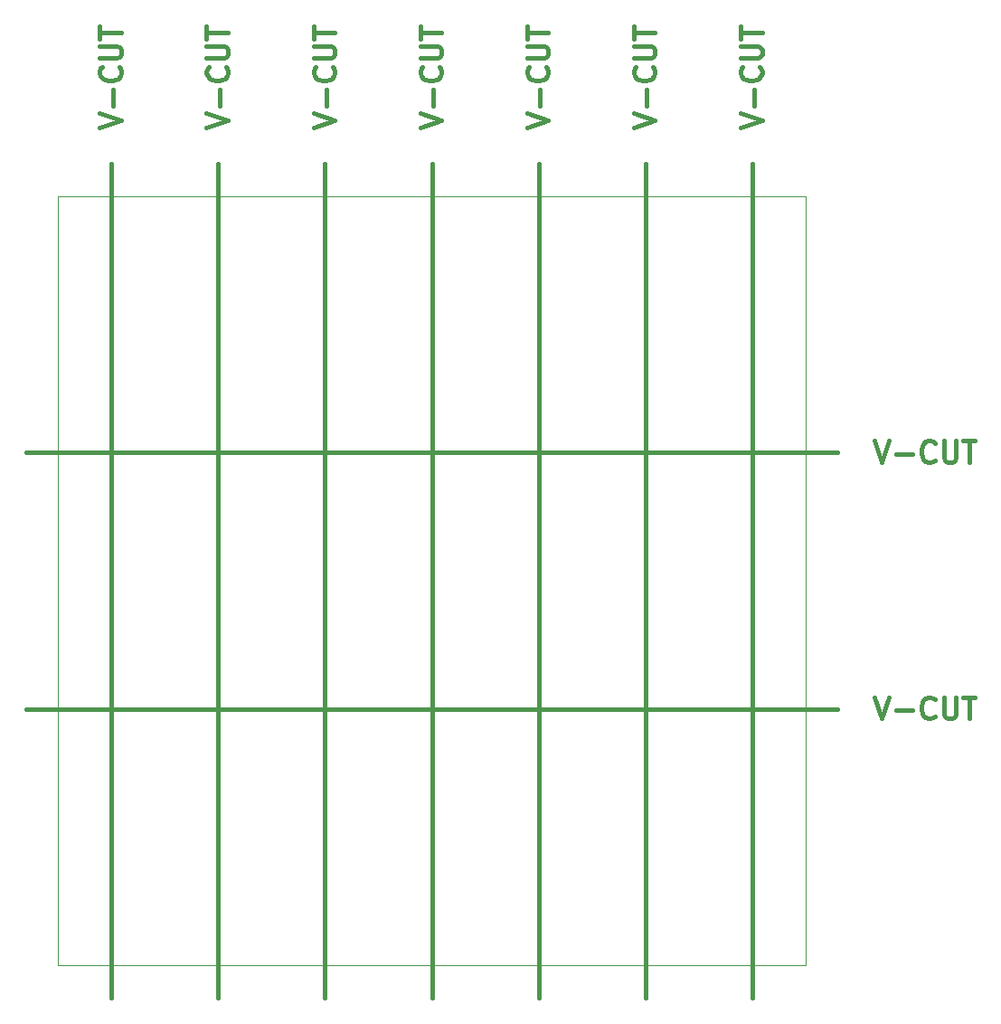
<source format=gbr>
G04 #@! TF.GenerationSoftware,KiCad,Pcbnew,5.1.10-88a1d61d58~90~ubuntu21.04.1*
G04 #@! TF.CreationDate,2021-10-01T11:59:45+02:00*
G04 #@! TF.ProjectId,IndicatorLeds,496e6469-6361-4746-9f72-4c6564732e6b,rev?*
G04 #@! TF.SameCoordinates,Original*
G04 #@! TF.FileFunction,Other,Comment*
%FSLAX46Y46*%
G04 Gerber Fmt 4.6, Leading zero omitted, Abs format (unit mm)*
G04 Created by KiCad (PCBNEW 5.1.10-88a1d61d58~90~ubuntu21.04.1) date 2021-10-01 11:59:45*
%MOMM*%
%LPD*%
G01*
G04 APERTURE LIST*
%ADD10C,0.400000*%
G04 #@! TA.AperFunction,Profile*
%ADD11C,0.100000*%
G04 #@! TD*
G04 APERTURE END LIST*
D10*
X108904761Y-43548523D02*
X110904761Y-42881857D01*
X108904761Y-42215190D01*
X110142857Y-41548523D02*
X110142857Y-40024714D01*
X110714285Y-37929476D02*
X110809523Y-38024714D01*
X110904761Y-38310428D01*
X110904761Y-38500904D01*
X110809523Y-38786619D01*
X110619047Y-38977095D01*
X110428571Y-39072333D01*
X110047619Y-39167571D01*
X109761904Y-39167571D01*
X109380952Y-39072333D01*
X109190476Y-38977095D01*
X109000000Y-38786619D01*
X108904761Y-38500904D01*
X108904761Y-38310428D01*
X109000000Y-38024714D01*
X109095238Y-37929476D01*
X108904761Y-37072333D02*
X110523809Y-37072333D01*
X110714285Y-36977095D01*
X110809523Y-36881857D01*
X110904761Y-36691380D01*
X110904761Y-36310428D01*
X110809523Y-36119952D01*
X110714285Y-36024714D01*
X110523809Y-35929476D01*
X108904761Y-35929476D01*
X108904761Y-35262809D02*
X108904761Y-34119952D01*
X110904761Y-34691380D02*
X108904761Y-34691380D01*
X110000000Y-46999000D02*
X110000000Y-125001000D01*
X48904761Y-43548523D02*
X50904761Y-42881857D01*
X48904761Y-42215190D01*
X50142857Y-41548523D02*
X50142857Y-40024714D01*
X50714285Y-37929476D02*
X50809523Y-38024714D01*
X50904761Y-38310428D01*
X50904761Y-38500904D01*
X50809523Y-38786619D01*
X50619047Y-38977095D01*
X50428571Y-39072333D01*
X50047619Y-39167571D01*
X49761904Y-39167571D01*
X49380952Y-39072333D01*
X49190476Y-38977095D01*
X49000000Y-38786619D01*
X48904761Y-38500904D01*
X48904761Y-38310428D01*
X49000000Y-38024714D01*
X49095238Y-37929476D01*
X48904761Y-37072333D02*
X50523809Y-37072333D01*
X50714285Y-36977095D01*
X50809523Y-36881857D01*
X50904761Y-36691380D01*
X50904761Y-36310428D01*
X50809523Y-36119952D01*
X50714285Y-36024714D01*
X50523809Y-35929476D01*
X48904761Y-35929476D01*
X48904761Y-35262809D02*
X48904761Y-34119952D01*
X50904761Y-34691380D02*
X48904761Y-34691380D01*
X50000000Y-46999000D02*
X50000000Y-125001000D01*
X98904761Y-43548523D02*
X100904761Y-42881857D01*
X98904761Y-42215190D01*
X100142857Y-41548523D02*
X100142857Y-40024714D01*
X100714285Y-37929476D02*
X100809523Y-38024714D01*
X100904761Y-38310428D01*
X100904761Y-38500904D01*
X100809523Y-38786619D01*
X100619047Y-38977095D01*
X100428571Y-39072333D01*
X100047619Y-39167571D01*
X99761904Y-39167571D01*
X99380952Y-39072333D01*
X99190476Y-38977095D01*
X99000000Y-38786619D01*
X98904761Y-38500904D01*
X98904761Y-38310428D01*
X99000000Y-38024714D01*
X99095238Y-37929476D01*
X98904761Y-37072333D02*
X100523809Y-37072333D01*
X100714285Y-36977095D01*
X100809523Y-36881857D01*
X100904761Y-36691380D01*
X100904761Y-36310428D01*
X100809523Y-36119952D01*
X100714285Y-36024714D01*
X100523809Y-35929476D01*
X98904761Y-35929476D01*
X98904761Y-35262809D02*
X98904761Y-34119952D01*
X100904761Y-34691380D02*
X98904761Y-34691380D01*
X100000000Y-46999000D02*
X100000000Y-125001000D01*
X68904761Y-43548523D02*
X70904761Y-42881857D01*
X68904761Y-42215190D01*
X70142857Y-41548523D02*
X70142857Y-40024714D01*
X70714285Y-37929476D02*
X70809523Y-38024714D01*
X70904761Y-38310428D01*
X70904761Y-38500904D01*
X70809523Y-38786619D01*
X70619047Y-38977095D01*
X70428571Y-39072333D01*
X70047619Y-39167571D01*
X69761904Y-39167571D01*
X69380952Y-39072333D01*
X69190476Y-38977095D01*
X69000000Y-38786619D01*
X68904761Y-38500904D01*
X68904761Y-38310428D01*
X69000000Y-38024714D01*
X69095238Y-37929476D01*
X68904761Y-37072333D02*
X70523809Y-37072333D01*
X70714285Y-36977095D01*
X70809523Y-36881857D01*
X70904761Y-36691380D01*
X70904761Y-36310428D01*
X70809523Y-36119952D01*
X70714285Y-36024714D01*
X70523809Y-35929476D01*
X68904761Y-35929476D01*
X68904761Y-35262809D02*
X68904761Y-34119952D01*
X70904761Y-34691380D02*
X68904761Y-34691380D01*
X70000000Y-46999000D02*
X70000000Y-125001000D01*
X88904761Y-43548523D02*
X90904761Y-42881857D01*
X88904761Y-42215190D01*
X90142857Y-41548523D02*
X90142857Y-40024714D01*
X90714285Y-37929476D02*
X90809523Y-38024714D01*
X90904761Y-38310428D01*
X90904761Y-38500904D01*
X90809523Y-38786619D01*
X90619047Y-38977095D01*
X90428571Y-39072333D01*
X90047619Y-39167571D01*
X89761904Y-39167571D01*
X89380952Y-39072333D01*
X89190476Y-38977095D01*
X89000000Y-38786619D01*
X88904761Y-38500904D01*
X88904761Y-38310428D01*
X89000000Y-38024714D01*
X89095238Y-37929476D01*
X88904761Y-37072333D02*
X90523809Y-37072333D01*
X90714285Y-36977095D01*
X90809523Y-36881857D01*
X90904761Y-36691380D01*
X90904761Y-36310428D01*
X90809523Y-36119952D01*
X90714285Y-36024714D01*
X90523809Y-35929476D01*
X88904761Y-35929476D01*
X88904761Y-35262809D02*
X88904761Y-34119952D01*
X90904761Y-34691380D02*
X88904761Y-34691380D01*
X90000000Y-46999000D02*
X90000000Y-125001000D01*
X78904761Y-43548523D02*
X80904761Y-42881857D01*
X78904761Y-42215190D01*
X80142857Y-41548523D02*
X80142857Y-40024714D01*
X80714285Y-37929476D02*
X80809523Y-38024714D01*
X80904761Y-38310428D01*
X80904761Y-38500904D01*
X80809523Y-38786619D01*
X80619047Y-38977095D01*
X80428571Y-39072333D01*
X80047619Y-39167571D01*
X79761904Y-39167571D01*
X79380952Y-39072333D01*
X79190476Y-38977095D01*
X79000000Y-38786619D01*
X78904761Y-38500904D01*
X78904761Y-38310428D01*
X79000000Y-38024714D01*
X79095238Y-37929476D01*
X78904761Y-37072333D02*
X80523809Y-37072333D01*
X80714285Y-36977095D01*
X80809523Y-36881857D01*
X80904761Y-36691380D01*
X80904761Y-36310428D01*
X80809523Y-36119952D01*
X80714285Y-36024714D01*
X80523809Y-35929476D01*
X78904761Y-35929476D01*
X78904761Y-35262809D02*
X78904761Y-34119952D01*
X80904761Y-34691380D02*
X78904761Y-34691380D01*
X80000000Y-46999000D02*
X80000000Y-125001000D01*
X58904761Y-43548523D02*
X60904761Y-42881857D01*
X58904761Y-42215190D01*
X60142857Y-41548523D02*
X60142857Y-40024714D01*
X60714285Y-37929476D02*
X60809523Y-38024714D01*
X60904761Y-38310428D01*
X60904761Y-38500904D01*
X60809523Y-38786619D01*
X60619047Y-38977095D01*
X60428571Y-39072333D01*
X60047619Y-39167571D01*
X59761904Y-39167571D01*
X59380952Y-39072333D01*
X59190476Y-38977095D01*
X59000000Y-38786619D01*
X58904761Y-38500904D01*
X58904761Y-38310428D01*
X59000000Y-38024714D01*
X59095238Y-37929476D01*
X58904761Y-37072333D02*
X60523809Y-37072333D01*
X60714285Y-36977095D01*
X60809523Y-36881857D01*
X60904761Y-36691380D01*
X60904761Y-36310428D01*
X60809523Y-36119952D01*
X60714285Y-36024714D01*
X60523809Y-35929476D01*
X58904761Y-35929476D01*
X58904761Y-35262809D02*
X58904761Y-34119952D01*
X60904761Y-34691380D02*
X58904761Y-34691380D01*
X60000000Y-46999000D02*
X60000000Y-125001000D01*
X121451476Y-96904761D02*
X122118142Y-98904761D01*
X122784809Y-96904761D01*
X123451476Y-98142857D02*
X124975285Y-98142857D01*
X127070523Y-98714285D02*
X126975285Y-98809523D01*
X126689571Y-98904761D01*
X126499095Y-98904761D01*
X126213380Y-98809523D01*
X126022904Y-98619047D01*
X125927666Y-98428571D01*
X125832428Y-98047619D01*
X125832428Y-97761904D01*
X125927666Y-97380952D01*
X126022904Y-97190476D01*
X126213380Y-97000000D01*
X126499095Y-96904761D01*
X126689571Y-96904761D01*
X126975285Y-97000000D01*
X127070523Y-97095238D01*
X127927666Y-96904761D02*
X127927666Y-98523809D01*
X128022904Y-98714285D01*
X128118142Y-98809523D01*
X128308619Y-98904761D01*
X128689571Y-98904761D01*
X128880047Y-98809523D01*
X128975285Y-98714285D01*
X129070523Y-98523809D01*
X129070523Y-96904761D01*
X129737190Y-96904761D02*
X130880047Y-96904761D01*
X130308619Y-98904761D02*
X130308619Y-96904761D01*
X42000000Y-98000000D02*
X118001000Y-98000000D01*
X121451476Y-72904761D02*
X122118142Y-74904761D01*
X122784809Y-72904761D01*
X123451476Y-74142857D02*
X124975285Y-74142857D01*
X127070523Y-74714285D02*
X126975285Y-74809523D01*
X126689571Y-74904761D01*
X126499095Y-74904761D01*
X126213380Y-74809523D01*
X126022904Y-74619047D01*
X125927666Y-74428571D01*
X125832428Y-74047619D01*
X125832428Y-73761904D01*
X125927666Y-73380952D01*
X126022904Y-73190476D01*
X126213380Y-73000000D01*
X126499095Y-72904761D01*
X126689571Y-72904761D01*
X126975285Y-73000000D01*
X127070523Y-73095238D01*
X127927666Y-72904761D02*
X127927666Y-74523809D01*
X128022904Y-74714285D01*
X128118142Y-74809523D01*
X128308619Y-74904761D01*
X128689571Y-74904761D01*
X128880047Y-74809523D01*
X128975285Y-74714285D01*
X129070523Y-74523809D01*
X129070523Y-72904761D01*
X129737190Y-72904761D02*
X130880047Y-72904761D01*
X130308619Y-74904761D02*
X130308619Y-72904761D01*
X42000000Y-74000000D02*
X118001000Y-74000000D01*
D11*
X45000000Y-49999000D02*
X110000000Y-49999000D01*
X45000000Y-122001000D02*
X45000000Y-49999000D01*
X115001000Y-122001000D02*
X45000000Y-122001000D01*
X115001000Y-49999000D02*
X115001000Y-122001000D01*
X110000000Y-49999000D02*
X115001000Y-49999000D01*
M02*

</source>
